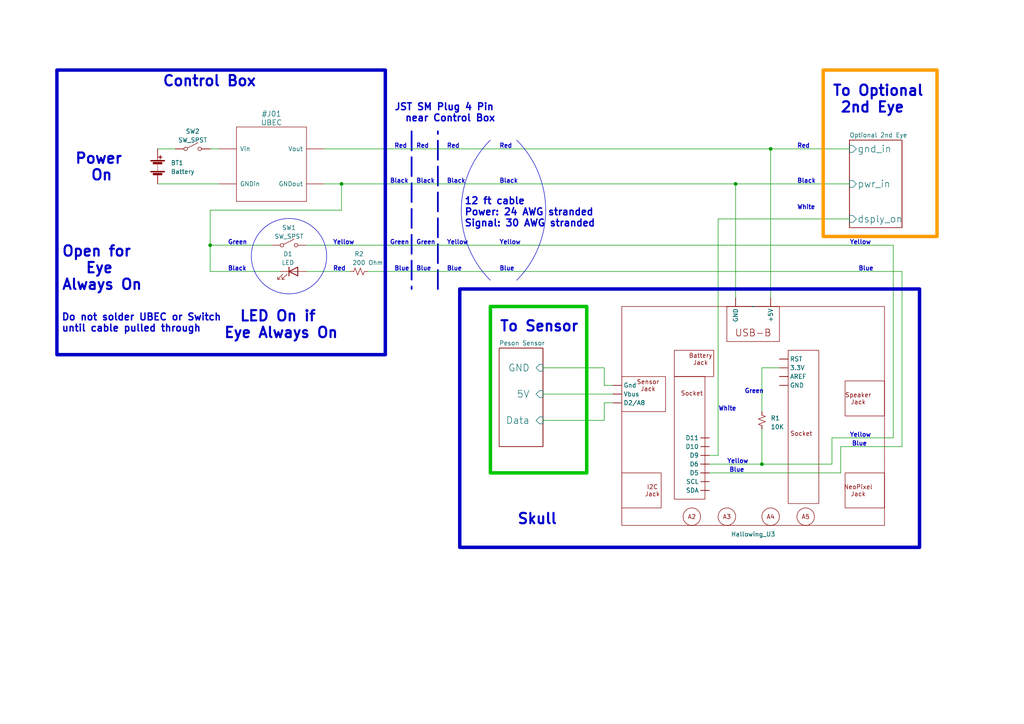
<source format=kicad_sch>
(kicad_sch (version 20230121) (generator eeschema)
  (paper "A4")
  (title_block (title "Skull-Project 1.0") (date "2024-09-19") (rev "1.0") (company "github.com/Mark-MDO47/Skull-Project") (comment 2 "NOTE: Hallowing as from display side (not connector side)"))
  (lib_symbols
    (symbol "Device:Battery" (pin_numbers hide) (pin_names (offset 0) hide)
      (property "Reference" "BT" (at 2.54 2.54 0))
      (property "Value" "Battery" (at 2.54 0 0))
      (symbol "Battery_0_1"
        (rectangle (start -2.032 -1.397) (end 2.032 -1.651) (fill (type outline)))
        (rectangle (start -2.032 1.778) (end 2.032 1.524) (fill (type outline)))
        (rectangle (start -1.3208 -1.9812) (end 1.27 -2.4892) (fill (type outline)))
        (rectangle (start -1.3208 1.1938) (end 1.27 0.6858) (fill (type outline)))
        (polyline (pts (xy 0 -1.524) (xy 0 -1.27)))
        (polyline (pts (xy 0 -1.016) (xy 0 -0.762)))
        (polyline (pts (xy 0 -0.508) (xy 0 -0.254)))
        (polyline (pts (xy 0 0) (xy 0 0.254)))
        (polyline (pts (xy 0 0.508) (xy 0 0.762)))
        (polyline (pts (xy 0 1.778) (xy 0 2.54)))
        (polyline (pts (xy 0.254 2.667) (xy 1.27 2.667)) (stroke (width 0.254)))
        (polyline (pts (xy 0.762 3.175) (xy 0.762 2.159)) (stroke (width 0.254)))
      )
      (symbol "Battery_1_1"
        (pin passive line (at 0 5.08 270) (length 2.54) (name "+") (number "1"))
        (pin passive line (at 0 -5.08 90) (length 2.54) (name "-") (number "2"))
      )
    )
    (symbol "Device:LED" (pin_numbers hide) (pin_names (offset 1.016) hide)
      (property "Reference" "D" (at 0 2.54 0))
      (property "Value" "LED" (at 0 -2.54 0))
      (symbol "LED_0_1"
        (polyline (pts (xy -1.27 -1.27) (xy -1.27 1.27)) (stroke (width 0.254)))
        (polyline (pts (xy -1.27 0) (xy 1.27 0)))
        (polyline (pts (xy 1.27 -1.27) (xy 1.27 1.27) (xy -1.27 0) (xy 1.27 -1.27)) (stroke (width 0.254)))
        (polyline (pts (xy -3.048 -0.762) (xy -4.572 -2.286) (xy -3.81 -2.286) (xy -4.572 -2.286) (xy -4.572 -1.524)))
        (polyline (pts (xy -1.778 -0.762) (xy -3.302 -2.286) (xy -2.54 -2.286) (xy -3.302 -2.286) (xy -3.302 -1.524)))
      )
      (symbol "LED_1_1"
        (pin passive line (at -3.81 0 0) (length 2.54) (name "K") (number "1"))
        (pin passive line (at 3.81 0 180) (length 2.54) (name "A") (number "2"))
      )
    )
    (symbol "Device:R_Small_US" (pin_numbers hide) (pin_names (offset 0.254) hide)
      (property "Reference" "R" (at 0.762 0.508 0))
      (property "Value" "R_Small_US" (at 0.762 -1.016 0))
      (symbol "R_Small_US_1_1"
        (polyline (pts (xy 0 0) (xy 1.016 -0.381) (xy 0 -0.762) (xy -1.016 -1.143) (xy 0 -1.524)))
        (polyline (pts (xy 0 1.524) (xy 1.016 1.143) (xy 0 0.762) (xy -1.016 0.381) (xy 0 0)))
        (pin passive line (at 0 2.54 270) (length 1.016) (name "~") (number "1"))
        (pin passive line (at 0 -2.54 90) (length 1.016) (name "~") (number "2"))
      )
    )
    (symbol "MDO:SW_SPST" (pin_names (offset 0) hide)
      (property "Reference" "SW" (at 0 3.175 0))
      (property "Value" "SW_SPST" (at 0 -2.54 0))
      (symbol "SW_SPST_0_0"
        (circle (center -2.032 0) (radius 0.508))
        (polyline (pts (xy -1.524 0.254) (xy 1.524 1.778)))
        (circle (center 2.032 0) (radius 0.508))
      )
      (symbol "SW_SPST_1_1"
        (pin passive line (at -5.08 0 0) (length 2.54) (name "A") (number "~"))
        (pin passive line (at 5.08 0 180) (length 2.54) (name "B") (number "~"))
      )
    )
    (symbol "MDO:UBEC" (power) (pin_names (offset 1.016))
      (property "Reference" "J" (at 0 0 0))
      (property "Value" "UBEC" (at 0 2.54 0))
      (symbol "UBEC_0_1"
        (rectangle (start -7.62 12.7) (end 12.7 -8.89))
      )
      (symbol "UBEC_1_0"
        (pin input line (at -12.7 -3.81 0) (length 5.08) (name "GNDin") (number "~"))
        (pin input line (at 17.78 -3.81 180) (length 5.08) (name "GNDout") (number "~"))
        (pin input line (at -12.7 6.35 0) (length 5.08) (name "Vin") (number "~"))
        (pin input line (at 17.78 6.35 180) (length 5.08) (name "Vout") (number "~"))
      )
    )
    (symbol "mdoLibrary:Hallowing_M4" (pin_numbers hide)
      (property "Reference" "Hallowing_U1" (at 0 -64.77 0))
      (symbol "Hallowing_M4_0_1"
        (rectangle (start -38.1 0) (end 38.1 -63.5))
        (rectangle (start -7.62 0) (end 7.62 -10.16))
      )
      (symbol "Hallowing_M4_1_1"
        (rectangle (start -38.1 -48.26) (end -26.67 -58.42))
        (rectangle (start -38.1 -20.32) (end -25.4 -30.48))
        (rectangle (start -22.86 -20.32) (end -13.97 -55.88))
        (rectangle (start -22.86 -12.7) (end -11.43 -20.32))
        (circle (center -17.78 -60.96) (radius 2.54))
        (circle (center -7.62 -60.96) (radius 2.54))
        (circle (center 5.08 -60.96) (radius 2.54))
        (rectangle (start 10.16 -12.7) (end 19.05 -57.15))
        (circle (center 15.24 -60.96) (radius 2.54))
        (rectangle (start 26.67 -48.26) (end 38.1 -58.42))
        (rectangle (start 26.67 -21.59) (end 38.1 -31.75))
        (text "\n\nSocket" (at -17.78 -20.32 0) (effects (font (size 1.27 1.27)) (justify top)))
        (text "A2" (at -17.78 -60.96 0) (effects (font (size 1.27 1.27))))
        (text "A3" (at -7.62 -60.96 0) (effects (font (size 1.27 1.27))))
        (text "A4" (at 5.08 -60.96 0) (effects (font (size 1.27 1.27))))
        (text "A5" (at 15.24 -60.96 0) (effects (font (size 1.27 1.27))))
        (text "Battery\nJack" (at -15.24 -15.24 0) (effects (font (size 1.27 1.27))))
        (text "I2C\nJack" (at -29.21 -53.34 0) (effects (font (size 1.27 1.27))))
        (text "NeoPixel\nJack" (at 30.48 -53.34 0) (effects (font (size 1.27 1.27))))
        (text "Sensor\nJack" (at -30.48 -22.86 0) (effects (font (size 1.27 1.27))))
        (text "Socket" (at 13.97 -36.83 0) (effects (font (size 1.27 1.27))))
        (text "Speaker\nJack" (at 30.48 -26.67 0) (effects (font (size 1.27 1.27))))
        (text "USB-B" (at 0 -7.62 0) (effects (font (size 2 2))))
        (pin power_in line (at 5.08 2.54 270) (length 2.54) (name "+5V") (number ""))
        (pin output line (at 7.62 -17.78 0) (length 2.54) (name "3.3V") (number ""))
        (pin input line (at 7.62 -20.32 0) (length 2.54) (name "AREF") (number ""))
        (pin input line (at -12.7 -40.64 180) (length 2.54) (name "D10") (number ""))
        (pin output line (at -12.7 -38.1 180) (length 2.54) (name "D11") (number ""))
        (pin input line (at -40.64 -27.94 0) (length 2.54) (name "D2/A8") (number ""))
        (pin output line (at -12.7 -48.26 180) (length 2.54) (name "D5") (number ""))
        (pin input line (at -12.7 -45.72 180) (length 2.54) (name "D6") (number ""))
        (pin output line (at -12.7 -43.18 180) (length 2.54) (name "D9") (number ""))
        (pin power_in line (at -5.08 2.54 270) (length 2.54) (name "GND") (number ""))
        (pin output line (at 7.62 -22.86 0) (length 2.54) (name "GND") (number ""))
        (pin output line (at -40.64 -22.86 0) (length 2.54) (name "Gnd") (number ""))
        (pin input line (at 7.62 -15.24 0) (length 2.54) (name "RST") (number ""))
        (pin output line (at -12.7 -50.8 180) (length 2.54) (name "SCL") (number ""))
        (pin output line (at -12.7 -53.34 180) (length 2.54) (name "SDA") (number ""))
        (pin output line (at -40.64 -25.4 0) (length 2.54) (name "Vbus") (number ""))
      )
    )
  )
  (junction (at 213.36 53.34))
  (junction (at 220.98 134.62))
  (junction (at 223.52 43.18))
  (junction (at 99.06 53.34))
  (junction (at 60.96 71.12))
  (wire (pts (xy 93.98 43.18) (xy 223.52 43.18)))
  (wire (pts (xy 175.26 116.84) (xy 175.26 121.92)))
  (wire (pts (xy 259.08 127) (xy 241.3 127)))
  (wire (pts (xy 259.08 71.12) (xy 259.08 127)))
  (wire (pts (xy 60.96 43.18) (xy 63.5 43.18)))
  (polyline (pts (xy 127 83.82) (xy 127 38.1)) (stroke (width 0.5) (type dash)))
  (wire (pts (xy 205.74 132.08) (xy 208.28 132.08)))
  (wire (pts (xy 99.06 53.34) (xy 99.06 60.96)))
  (wire (pts (xy 99.06 53.34) (xy 213.36 53.34)))
  (wire (pts (xy 177.8 111.76) (xy 175.26 111.76)))
  (wire (pts (xy 157.48 106.68) (xy 175.26 106.68)))
  (polyline (pts (xy 119.38 38.1) (xy 119.38 83.82)) (stroke (width 0.5) (type dash)))
  (wire (pts (xy 213.36 53.34) (xy 213.36 86.36)))
  (wire (pts (xy 60.96 60.96) (xy 60.96 71.12)))
  (wire (pts (xy 177.8 116.84) (xy 175.26 116.84)))
  (wire (pts (xy 45.72 53.34) (xy 63.5 53.34)))
  (wire (pts (xy 208.28 63.5) (xy 246.38 63.5)))
  (wire (pts (xy 261.62 78.74) (xy 261.62 129.54)))
  (wire (pts (xy 45.72 43.18) (xy 50.8 43.18)))
  (wire (pts (xy 205.74 137.16) (xy 243.84 137.16)))
  (wire (pts (xy 261.62 129.54) (xy 243.84 129.54)))
  (wire (pts (xy 220.98 106.68) (xy 220.98 119.38)))
  (wire (pts (xy 157.48 121.92) (xy 175.26 121.92)))
  (wire (pts (xy 93.98 53.34) (xy 99.06 53.34)))
  (wire (pts (xy 88.9 78.74) (xy 101.6 78.74)))
  (wire (pts (xy 241.3 127) (xy 241.3 134.62)))
  (wire (pts (xy 220.98 124.46) (xy 220.98 134.62)))
  (wire (pts (xy 99.06 60.96) (xy 60.96 60.96)))
  (wire (pts (xy 60.96 78.74) (xy 81.28 78.74)))
  (wire (pts (xy 213.36 53.34) (xy 246.38 53.34)))
  (wire (pts (xy 223.52 43.18) (xy 246.38 43.18)))
  (wire (pts (xy 208.28 63.5) (xy 208.28 132.08)))
  (wire (pts (xy 88.9 71.12) (xy 259.08 71.12)))
  (wire (pts (xy 223.52 43.18) (xy 223.52 86.36)))
  (wire (pts (xy 220.98 106.68) (xy 226.06 106.68)))
  (wire (pts (xy 60.96 71.12) (xy 60.96 78.74)))
  (wire (pts (xy 60.96 71.12) (xy 78.74 71.12)))
  (wire (pts (xy 106.68 78.74) (xy 261.62 78.74)))
  (wire (pts (xy 243.84 129.54) (xy 243.84 137.16)))
  (wire (pts (xy 175.26 111.76) (xy 175.26 106.68)))
  (wire (pts (xy 157.48 114.3) (xy 177.8 114.3)))
  (wire (pts (xy 220.98 134.62) (xy 241.3 134.62)))
  (wire (pts (xy 205.74 134.62) (xy 220.98 134.62)))
  (arc (start 149.86 40.64) (mid 158.268 60.96) (end 149.86 81.28))
  (rectangle (start 238.76 20.32) (end 271.78 68.58) (stroke (width 1) (color 255 153 0 1)))
  (rectangle (start 16.51 20.32) (end 111.76 102.87) (stroke (width 1)))
  (rectangle (start 142.24 88.9) (end 170.18 137.16) (stroke (width 1) (color 0 194 0 1)))
  (circle (center 83.82 74.295) (radius 10.925))
  (arc (start 142.21 81.28) (mid 133.802 60.96) (end 142.21 40.64))
  (rectangle (start 133.35 83.82) (end 266.7 158.75) (stroke (width 1)))
  (text "Blue" (at 114.3 78.74 0) (effects (font (size 1.27 1.27) bold) (justify left bottom)))
  (text "Blue" (at 248.92 78.74 0) (effects (font (size 1.27 1.27) bold) (justify left bottom)))
  (text "Green" (at 215.9 114.3 0) (effects (font (size 1.27 1.27) (thickness 0.254) bold) (justify left bottom)))
  (text "Blue" (at 129.54 78.74 0) (effects (font (size 1.27 1.27) bold) (justify left bottom)))
  (text "Red" (at 96.52 78.74 0) (effects (font (size 1.27 1.27) bold) (justify left bottom)))
  (text "Black" (at 66.04 78.74 0) (effects (font (size 1.27 1.27) bold) (justify left bottom)))
  (text "Power\n  On" (at 21.59 52.705 0) (effects (font (size 3 3) (thickness 0.6) bold) (justify left bottom)))
  (text "Yellow" (at 246.38 71.12 0) (effects (font (size 1.27 1.27) bold) (justify left bottom)))
  (text "Green" (at 120.65 71.12 0) (effects (font (size 1.27 1.27) (thickness 0.254) bold) (justify left bottom)))
  (text "White" (at 231.14 60.96 0) (effects (font (size 1.27 1.27) bold) (justify left bottom)))
  (text "Green" (at 66.04 71.12 0) (effects (font (size 1.27 1.27) (thickness 0.254) bold) (justify left bottom)))
  (text "White" (at 208.28 119.38 0) (effects (font (size 1.27 1.27) bold) (justify left bottom)))
  (text "To Optional\n 2nd Eye" (at 241.3 33.02 0) (effects (font (size 3 3) bold) (justify left bottom)))
  (text "Skull" (at 149.86 152.4 0) (effects (font (size 3 3) (thickness 0.6) bold) (justify left bottom)))
  (text "Blue" (at 144.78 78.74 0) (effects (font (size 1.27 1.27) bold) (justify left bottom)))
  (text "Red" (at 120.65 43.18 0) (effects (font (size 1.27 1.27) bold) (justify left bottom)))
  (text "Yellow" (at 96.52 71.12 0) (effects (font (size 1.27 1.27) bold) (justify left bottom)))
  (text "Red" (at 231.14 43.18 0) (effects (font (size 1.27 1.27) bold) (justify left bottom)))
  (text "Black" (at 129.54 53.34 0) (effects (font (size 1.27 1.27) bold) (justify left bottom)))
  (text "Blue" (at 120.65 78.74 0) (effects (font (size 1.27 1.27) bold) (justify left bottom)))
  (text "Red" (at 129.54 43.18 0) (effects (font (size 1.27 1.27) bold) (justify left bottom)))
  (text "Green" (at 113.03 71.12 0) (effects (font (size 1.27 1.27) (thickness 0.254) bold) (justify left bottom)))
  (text "Yellow" (at 210.82 134.62 0) (effects (font (size 1.27 1.27) bold) (justify left bottom)))
  (text "JST SM Plug 4 Pin\n  near Control Box" (at 114.3 35.56 0) (effects (font (size 2 2) (thickness 0.4) bold) (justify left bottom)))
  (text "12 ft cable\nPower: 24 AWG stranded\nSignal: 30 AWG stranded" (at 134.62 66.04 0) (effects (font (size 2 2) (thickness 0.4) bold) (justify left bottom)))
  (text "Yellow" (at 246.38 127 0) (effects (font (size 1.27 1.27) bold) (justify left bottom)))
  (text "Yellow" (at 129.54 71.12 0) (effects (font (size 1.27 1.27) bold) (justify left bottom)))
  (text "Black" (at 231.14 53.34 0) (effects (font (size 1.27 1.27) bold) (justify left bottom)))
  (text "Do not solder UBEC or Switch\nuntil cable pulled through" (at 17.78 96.52 0) (effects (font (size 2 2) (thickness 0.4) bold) (justify left bottom)))
  (text "Open for\n   Eye\nAlways On" (at 17.78 84.455 0) (effects (font (size 3 3) (thickness 0.6) bold) (justify left bottom)))
  (text "Blue" (at 247.015 129.54 0) (effects (font (size 1.27 1.27) bold) (justify left bottom)))
  (text "Yellow" (at 144.78 71.12 0) (effects (font (size 1.27 1.27) bold) (justify left bottom)))
  (text "Black" (at 113.03 53.34 0) (effects (font (size 1.27 1.27) bold) (justify left bottom)))
  (text "Red" (at 144.78 43.18 0) (effects (font (size 1.27 1.27) bold) (justify left bottom)))
  (text "Control Box" (at 46.99 25.4 0) (effects (font (size 3 3) (thickness 0.6) bold) (justify left bottom)))
  (text "  LED On if\nEye Always On" (at 64.77 98.425 0) (effects (font (size 3 3) (thickness 0.6) bold) (justify left bottom)))
  (text "To Sensor" (at 144.78 96.52 0) (effects (font (size 3 3) bold) (justify left bottom)))
  (text "Black" (at 120.65 53.34 0) (effects (font (size 1.27 1.27) bold) (justify left bottom)))
  (text "Black" (at 144.78 53.34 0) (effects (font (size 1.27 1.27) bold) (justify left bottom)))
  (text "Red" (at 114.3 43.18 0) (effects (font (size 1.27 1.27) bold) (justify left bottom)))
  (text "Blue" (at 211.455 137.16 0) (effects (font (size 1.27 1.27) bold) (justify left bottom)))
  (symbol (lib_id "MDO:UBEC") (at 76.2 49.53 0) (unit 1)
    (property "Reference" "J01" (at 78.74 33.02 0) (effects (font (size 1.524 1.524))))
    (property "Value" "UBEC" (at 78.74 35.56 0) (effects (font (size 1.524 1.524))))
  )
  (symbol (lib_id "Device:R_Small_US") (at 104.14 78.74 90) (unit 1)
    (property "Reference" "R2" (at 104.14 73.66 90))
    (property "Value" "200 Ohm" (at 106.68 76.2 90))
  )
  (symbol (lib_id "MDO:SW_SPST") (at 55.88 43.18 0) (unit 1)
    (property "Reference" "SW2" (at 55.88 38.1 0))
    (property "Value" "SW_SPST" (at 55.88 40.64 0))
  )
  (symbol (lib_id "Device:R_Small_US") (at 220.98 121.92 0) (unit 1)
    (property "Reference" "R1" (at 223.52 121.285 0) (effects (justify left)))
    (property "Value" "10K" (at 223.52 123.825 0) (effects (justify left)))
  )
  (symbol (lib_id "MDO:SW_SPST") (at 83.82 71.12 0) (unit 1)
    (property "Reference" "SW1" (at 83.82 66.04 0))
    (property "Value" "SW_SPST" (at 83.82 68.58 0))
  )
  (symbol (lib_id "Device:Battery") (at 45.72 48.26 0) (unit 1)
    (property "Reference" "BT1" (at 49.53 47.244 0) (effects (justify left)))
    (property "Value" "Battery" (at 49.53 49.784 0) (effects (justify left)))
  )
  (symbol (lib_id "Device:LED") (at 85.09 78.74 0) (unit 1)
    (property "Reference" "D1" (at 83.5025 73.66 0))
    (property "Value" "LED" (at 83.5025 76.2 0))
  )
  (symbol (lib_id "mdoLibrary:Hallowing_M4") (at 218.44 88.9 0) (unit 1)
    (property "Reference" "Hallowing_U3" (at 218.44 154.94 0))
    (property "Value" "~" (at 218.44 88.9 0))
  )
  (sheet (at 246.38 40.64) (size 15.24 25.4) (stroke (width 0.1524))
    (property "Sheetname" "Optional 2nd Eye" (at 246.38 39.9284 0) (effects (justify left bottom)))
    (property "Sheetfile" "untitled.kicad_sch" (effects hide))
    (pin "gnd_in" input (at 246.38 43.18 180) (effects (font (size 2 2))))
    (pin "pwr_in" input (at 246.38 53.34 180) (effects (font (size 2 2))))
    (pin "dsply_on " input (at 246.38 63.5 180) (effects (font (size 2 2))))
  )
  (sheet (at 144.78 100.965) (size 12.7 28.575) (stroke (width 0.1524))
    (property "Sheetname" "Peson Sensor" (at 144.78 100.2534 0) (effects (justify left bottom)))
    (property "Sheetfile" "PersonSensor.kicad_sch" (effects hide))
    (pin "GND " input (at 157.48 106.68 0) (effects (font (size 2 2))))
    (pin "Data " input (at 157.48 121.92 0) (effects (font (size 2 2))))
    (pin "5V " input (at 157.48 114.3 0) (effects (font (size 2 2))))
  )
)
</source>
